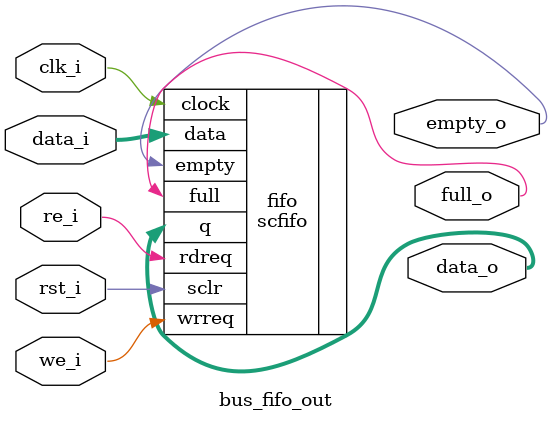
<source format=v>
module bus_fifo_out #(
  parameter N   =128
)(
  input         clk_i           ,
  input         rst_i           ,
  input  [31:0] data_i          ,
  output [31:0] data_o          ,
  input         re_i            ,
  input         we_i            ,
  output        empty_o         ,
  output        full_o
);
scfifo #(
  .lpm_numwords           (N             ),
  .add_ram_output_register("OFF"         ),
  .intended_device_family ("Cyclone IV E"),
  .lpm_showahead          ("OFF"         ),
  .lpm_type               ("scfifo"      ),
  .lpm_width              (32            ),
  .overflow_checking      ("OFF"         ),
  .underflow_checking     ("OFF"         ),
  .use_eab                ("ON"          )
)fifo(
  .clock       (clk_i  ),
  .sclr        (rst_i  ),
  .data        (data_i ),
  .q           (data_o ),
  .wrreq       (we_i   ),
  .rdreq       (re_i   ),
  .empty       (empty_o),
  .full        (full_o )
);

endmodule


</source>
